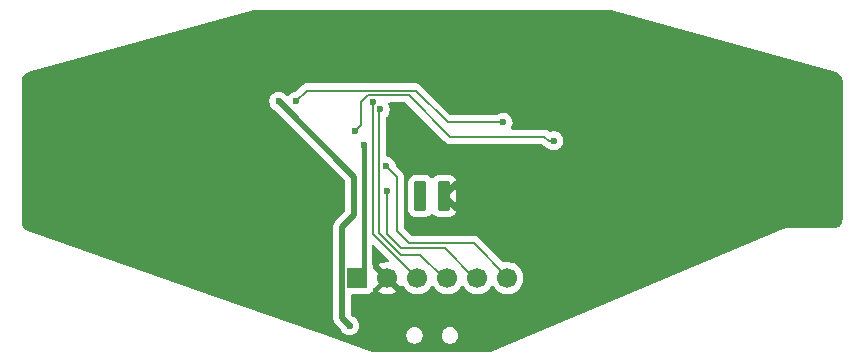
<source format=gbl>
%TF.GenerationSoftware,KiCad,Pcbnew,9.0.6*%
%TF.CreationDate,2025-12-30T17:46:58+00:00*%
%TF.ProjectId,cat-ears-controller,6361742d-6561-4727-932d-636f6e74726f,rev?*%
%TF.SameCoordinates,Original*%
%TF.FileFunction,Copper,L2,Bot*%
%TF.FilePolarity,Positive*%
%FSLAX46Y46*%
G04 Gerber Fmt 4.6, Leading zero omitted, Abs format (unit mm)*
G04 Created by KiCad (PCBNEW 9.0.6) date 2025-12-30 17:46:58*
%MOMM*%
%LPD*%
G01*
G04 APERTURE LIST*
G04 Aperture macros list*
%AMRoundRect*
0 Rectangle with rounded corners*
0 $1 Rounding radius*
0 $2 $3 $4 $5 $6 $7 $8 $9 X,Y pos of 4 corners*
0 Add a 4 corners polygon primitive as box body*
4,1,4,$2,$3,$4,$5,$6,$7,$8,$9,$2,$3,0*
0 Add four circle primitives for the rounded corners*
1,1,$1+$1,$2,$3*
1,1,$1+$1,$4,$5*
1,1,$1+$1,$6,$7*
1,1,$1+$1,$8,$9*
0 Add four rect primitives between the rounded corners*
20,1,$1+$1,$2,$3,$4,$5,0*
20,1,$1+$1,$4,$5,$6,$7,0*
20,1,$1+$1,$6,$7,$8,$9,0*
20,1,$1+$1,$8,$9,$2,$3,0*%
G04 Aperture macros list end*
%TA.AperFunction,ComponentPad*%
%ADD10R,1.700000X1.700000*%
%TD*%
%TA.AperFunction,ComponentPad*%
%ADD11C,1.700000*%
%TD*%
%TA.AperFunction,ComponentPad*%
%ADD12RoundRect,0.110000X-0.440000X1.140000X-0.440000X-1.140000X0.440000X-1.140000X0.440000X1.140000X0*%
%TD*%
%TA.AperFunction,ViaPad*%
%ADD13C,0.600000*%
%TD*%
%TA.AperFunction,Conductor*%
%ADD14C,0.500000*%
%TD*%
%TA.AperFunction,Conductor*%
%ADD15C,0.200000*%
%TD*%
%TA.AperFunction,Conductor*%
%ADD16C,0.400000*%
%TD*%
G04 APERTURE END LIST*
D10*
%TO.P,J4,1,Pin_1*%
%TO.N,+3V3*%
X93675000Y-63475000D03*
D11*
%TO.P,J4,2,Pin_2*%
%TO.N,GND*%
X96215000Y-63475000D03*
%TO.P,J4,3,Pin_3*%
%TO.N,/SDA*%
X98755000Y-63475000D03*
%TO.P,J4,4,Pin_4*%
%TO.N,/SCL*%
X101295000Y-63475000D03*
%TO.P,J4,5,Pin_5*%
%TO.N,/INT*%
X103835000Y-63475000D03*
%TO.P,J4,6,Pin_6*%
%TO.N,/SHUT*%
X106375000Y-63475000D03*
%TD*%
D12*
%TO.P,U1,32,VBAT*%
%TO.N,/VBAT*%
X99006012Y-56517823D03*
%TO.P,U1,33,GND*%
%TO.N,GND*%
X101006012Y-56517823D03*
%TD*%
D13*
%TO.N,GND*%
X75400000Y-59200000D03*
X77000000Y-45000000D03*
X78400000Y-60200000D03*
X113000000Y-57000000D03*
X127000000Y-45000000D03*
X73000000Y-45000000D03*
X75000000Y-45000000D03*
X73500000Y-53500000D03*
X115000000Y-55000000D03*
X72500000Y-52500000D03*
X128500000Y-58000000D03*
X114000000Y-56000000D03*
X78500000Y-52500000D03*
X129000000Y-57500000D03*
X77000000Y-47000000D03*
X126500000Y-59000000D03*
X78400000Y-58200000D03*
X114200000Y-50200000D03*
X74400000Y-60200000D03*
X128000000Y-46000000D03*
X78500000Y-54500000D03*
X76400000Y-58200000D03*
X115000000Y-50200000D03*
X126051472Y-50400000D03*
X76500000Y-52500000D03*
X123000000Y-47000000D03*
X77500000Y-53500000D03*
X74400000Y-58200000D03*
X127000000Y-58500000D03*
X128000000Y-57500000D03*
X76500000Y-54500000D03*
X74500000Y-52500000D03*
X113400000Y-50200000D03*
X115800000Y-50200000D03*
X73500000Y-51500000D03*
X125000000Y-45000000D03*
X76400000Y-60200000D03*
X115000000Y-57000000D03*
X124000000Y-46000000D03*
X126000000Y-46000000D03*
X73000000Y-47000000D03*
X74500000Y-54500000D03*
X123000000Y-45000000D03*
X73400000Y-59200000D03*
X72000000Y-46000000D03*
X74000000Y-46000000D03*
X128000000Y-58500000D03*
X76000000Y-46000000D03*
X113000000Y-55000000D03*
X129500000Y-58000000D03*
X125000000Y-47000000D03*
X75000000Y-47000000D03*
X75500000Y-53500000D03*
X77400000Y-59200000D03*
X127000000Y-47000000D03*
X127500000Y-58000000D03*
X130000000Y-57500000D03*
%TO.N,/VBAT*%
X93400000Y-57400000D03*
X93000000Y-67500000D03*
X87000000Y-48500000D03*
%TO.N,Net-(D2-DOUT)*%
X106000000Y-50300000D03*
X88500000Y-48500000D03*
%TO.N,+3V3*%
X94200000Y-52200000D03*
%TO.N,/INT*%
X96180000Y-56080000D03*
%TO.N,/SDA*%
X95000000Y-48600000D03*
%TO.N,/SCL*%
X95600000Y-49200000D03*
%TO.N,/SHUT*%
X96100000Y-54000000D03*
%TO.N,/BUTTON_4*%
X110300000Y-51850000D03*
X93500000Y-51000000D03*
%TD*%
D14*
%TO.N,/VBAT*%
X93400000Y-54900000D02*
X87000000Y-48500000D01*
X92374000Y-59126000D02*
X92374000Y-66874000D01*
X93400000Y-58100000D02*
X92374000Y-59126000D01*
X93400000Y-57400000D02*
X93400000Y-58100000D01*
X92374000Y-66874000D02*
X93000000Y-67500000D01*
X93400000Y-57400000D02*
X93400000Y-54900000D01*
D15*
%TO.N,Net-(D2-DOUT)*%
X106000000Y-50300000D02*
X101300000Y-50300000D01*
X98600000Y-47600000D02*
X89400000Y-47600000D01*
X101300000Y-50300000D02*
X98600000Y-47600000D01*
X89400000Y-47600000D02*
X88500000Y-48500000D01*
D16*
%TO.N,+3V3*%
X94200000Y-62950000D02*
X94200000Y-52200000D01*
X93675000Y-63475000D02*
X94200000Y-62950000D01*
D15*
%TO.N,/INT*%
X96180000Y-59765800D02*
X97364200Y-60950000D01*
X101050000Y-60950000D02*
X103575000Y-63475000D01*
X103575000Y-63475000D02*
X103835000Y-63475000D01*
X96180000Y-56080000D02*
X96180000Y-59765800D01*
X97364200Y-60950000D02*
X101050000Y-60950000D01*
%TO.N,/SDA*%
X95000000Y-59720000D02*
X98755000Y-63475000D01*
X95000000Y-48600000D02*
X95000000Y-59720000D01*
%TO.N,/SCL*%
X99000000Y-61500000D02*
X100975000Y-63475000D01*
X100975000Y-63475000D02*
X101295000Y-63475000D01*
X95500000Y-59652900D02*
X97347100Y-61500000D01*
X95600000Y-49200000D02*
X95500000Y-49300000D01*
X97347100Y-61500000D02*
X99000000Y-61500000D01*
X95500000Y-49300000D02*
X95500000Y-59652900D01*
%TO.N,/SHUT*%
X97000000Y-54900000D02*
X97000000Y-59500000D01*
X103500000Y-60500000D02*
X106375000Y-63375000D01*
X106375000Y-63375000D02*
X106375000Y-63475000D01*
X96100000Y-54000000D02*
X97000000Y-54900000D01*
X98000000Y-60500000D02*
X103500000Y-60500000D01*
X97000000Y-59500000D02*
X98000000Y-60500000D01*
%TO.N,/BUTTON_4*%
X94000000Y-50500000D02*
X93500000Y-51000000D01*
X94550057Y-48000000D02*
X94000000Y-48550057D01*
X101500000Y-51500000D02*
X98000000Y-48000000D01*
X109850000Y-51850000D02*
X109500000Y-51500000D01*
X109500000Y-51500000D02*
X101500000Y-51500000D01*
X110300000Y-51850000D02*
X109850000Y-51850000D01*
X94000000Y-48550057D02*
X94000000Y-50500000D01*
X98000000Y-48000000D02*
X94550057Y-48000000D01*
%TD*%
%TA.AperFunction,Conductor*%
%TO.N,GND*%
G36*
X95105703Y-60675384D02*
G01*
X95112181Y-60681416D01*
X96344084Y-61913319D01*
X96377569Y-61974642D01*
X96372585Y-62044334D01*
X96330713Y-62100267D01*
X96265249Y-62124684D01*
X96256403Y-62125000D01*
X96108754Y-62125000D01*
X95898872Y-62158242D01*
X95898869Y-62158242D01*
X95696782Y-62223904D01*
X95507439Y-62320380D01*
X95453282Y-62359727D01*
X95453282Y-62359728D01*
X96085591Y-62992037D01*
X96022007Y-63009075D01*
X95907993Y-63074901D01*
X95814901Y-63167993D01*
X95749075Y-63282007D01*
X95732037Y-63345591D01*
X95061818Y-62675372D01*
X95028333Y-62614049D01*
X95025499Y-62587691D01*
X95025499Y-62577129D01*
X95025498Y-62577123D01*
X95019091Y-62517516D01*
X94968797Y-62382671D01*
X94968795Y-62382668D01*
X94925233Y-62324476D01*
X94900816Y-62259011D01*
X94900500Y-62250165D01*
X94900500Y-60769097D01*
X94920185Y-60702058D01*
X94972989Y-60656303D01*
X95042147Y-60646359D01*
X95105703Y-60675384D01*
G37*
%TD.AperFunction*%
%TA.AperFunction,Conductor*%
G36*
X114867772Y-40750624D02*
G01*
X114874247Y-40750913D01*
X114926437Y-40753249D01*
X114937442Y-40754236D01*
X114992886Y-40761721D01*
X115003790Y-40763694D01*
X115025539Y-40768640D01*
X115061088Y-40776726D01*
X115066386Y-40778056D01*
X115106328Y-40789040D01*
X115106328Y-40789039D01*
X115165519Y-40805317D01*
X115165525Y-40805318D01*
X134193181Y-46037924D01*
X134204113Y-46041484D01*
X134318171Y-46084599D01*
X134338862Y-46094708D01*
X134438013Y-46155153D01*
X134456471Y-46168910D01*
X134542732Y-46246658D01*
X134558331Y-46263598D01*
X134628713Y-46355951D01*
X134640915Y-46375492D01*
X134692995Y-46479265D01*
X134701372Y-46500728D01*
X134733357Y-46612350D01*
X134737618Y-46634990D01*
X134748963Y-46756612D01*
X134749499Y-46768129D01*
X134749499Y-46820718D01*
X134749500Y-46820727D01*
X134749500Y-58493907D01*
X134748903Y-58506061D01*
X134736296Y-58634064D01*
X134731554Y-58657906D01*
X134695993Y-58775134D01*
X134686690Y-58797592D01*
X134628942Y-58905630D01*
X134615438Y-58925840D01*
X134537725Y-59020535D01*
X134520535Y-59037725D01*
X134425840Y-59115438D01*
X134405630Y-59128942D01*
X134297592Y-59186690D01*
X134275134Y-59195993D01*
X134157906Y-59231554D01*
X134134064Y-59236296D01*
X134006062Y-59248903D01*
X133993908Y-59249500D01*
X130179149Y-59249500D01*
X130118501Y-59249461D01*
X130118484Y-59249462D01*
X129953957Y-59271389D01*
X129953939Y-59271393D01*
X129793751Y-59314876D01*
X129748207Y-59334035D01*
X129717799Y-59346827D01*
X129690957Y-59358101D01*
X129690953Y-59358103D01*
X106725530Y-69003580D01*
X105129477Y-69673922D01*
X105129475Y-69673923D01*
X105092535Y-69689437D01*
X105084860Y-69692365D01*
X105002676Y-69720639D01*
X104986823Y-69724942D01*
X104905652Y-69741293D01*
X104889369Y-69743463D01*
X104802437Y-69749227D01*
X104794226Y-69749499D01*
X104743249Y-69749496D01*
X104743205Y-69749500D01*
X95225945Y-69749500D01*
X95214108Y-69749499D01*
X95214104Y-69749498D01*
X95186509Y-69749499D01*
X95173403Y-69749499D01*
X95173402Y-69749498D01*
X95166457Y-69749304D01*
X95092953Y-69745179D01*
X95079131Y-69743622D01*
X95009980Y-69731873D01*
X94996431Y-69728781D01*
X94925928Y-69708469D01*
X94919328Y-69706364D01*
X91183988Y-68398995D01*
X97799499Y-68398995D01*
X97826418Y-68534322D01*
X97826421Y-68534332D01*
X97879221Y-68661804D01*
X97879228Y-68661817D01*
X97955885Y-68776541D01*
X97955888Y-68776545D01*
X98053454Y-68874111D01*
X98053458Y-68874114D01*
X98168182Y-68950771D01*
X98168195Y-68950778D01*
X98295667Y-69003578D01*
X98295672Y-69003580D01*
X98295676Y-69003580D01*
X98295677Y-69003581D01*
X98431004Y-69030500D01*
X98431007Y-69030500D01*
X98568995Y-69030500D01*
X98660041Y-69012389D01*
X98704328Y-69003580D01*
X98831811Y-68950775D01*
X98946542Y-68874114D01*
X99044114Y-68776542D01*
X99120775Y-68661811D01*
X99173580Y-68534328D01*
X99200500Y-68398995D01*
X100799499Y-68398995D01*
X100826418Y-68534322D01*
X100826421Y-68534332D01*
X100879221Y-68661804D01*
X100879228Y-68661817D01*
X100955885Y-68776541D01*
X100955888Y-68776545D01*
X101053454Y-68874111D01*
X101053458Y-68874114D01*
X101168182Y-68950771D01*
X101168195Y-68950778D01*
X101295667Y-69003578D01*
X101295672Y-69003580D01*
X101295676Y-69003580D01*
X101295677Y-69003581D01*
X101431004Y-69030500D01*
X101431007Y-69030500D01*
X101568995Y-69030500D01*
X101660041Y-69012389D01*
X101704328Y-69003580D01*
X101831811Y-68950775D01*
X101946542Y-68874114D01*
X102044114Y-68776542D01*
X102120775Y-68661811D01*
X102173580Y-68534328D01*
X102200500Y-68398993D01*
X102200500Y-68261007D01*
X102200500Y-68261004D01*
X102173581Y-68125677D01*
X102173580Y-68125676D01*
X102173580Y-68125672D01*
X102171970Y-68121786D01*
X102120778Y-67998195D01*
X102120771Y-67998182D01*
X102044114Y-67883458D01*
X102044111Y-67883454D01*
X101946545Y-67785888D01*
X101946541Y-67785885D01*
X101831817Y-67709228D01*
X101831804Y-67709221D01*
X101704332Y-67656421D01*
X101704322Y-67656418D01*
X101568995Y-67629500D01*
X101568993Y-67629500D01*
X101431007Y-67629500D01*
X101431005Y-67629500D01*
X101295677Y-67656418D01*
X101295667Y-67656421D01*
X101168195Y-67709221D01*
X101168182Y-67709228D01*
X101053458Y-67785885D01*
X101053454Y-67785888D01*
X100955888Y-67883454D01*
X100955885Y-67883458D01*
X100879228Y-67998182D01*
X100879221Y-67998195D01*
X100826421Y-68125667D01*
X100826418Y-68125677D01*
X100799500Y-68261004D01*
X100799500Y-68261007D01*
X100799500Y-68398993D01*
X100799500Y-68398995D01*
X100799499Y-68398995D01*
X99200500Y-68398995D01*
X99200500Y-68398993D01*
X99200500Y-68261007D01*
X99200500Y-68261004D01*
X99173581Y-68125677D01*
X99173580Y-68125676D01*
X99173580Y-68125672D01*
X99171970Y-68121786D01*
X99120778Y-67998195D01*
X99120771Y-67998182D01*
X99044114Y-67883458D01*
X99044111Y-67883454D01*
X98946545Y-67785888D01*
X98946541Y-67785885D01*
X98831817Y-67709228D01*
X98831804Y-67709221D01*
X98704332Y-67656421D01*
X98704322Y-67656418D01*
X98568995Y-67629500D01*
X98568993Y-67629500D01*
X98431007Y-67629500D01*
X98431005Y-67629500D01*
X98295677Y-67656418D01*
X98295667Y-67656421D01*
X98168195Y-67709221D01*
X98168182Y-67709228D01*
X98053458Y-67785885D01*
X98053454Y-67785888D01*
X97955888Y-67883454D01*
X97955885Y-67883458D01*
X97879228Y-67998182D01*
X97879221Y-67998195D01*
X97826421Y-68125667D01*
X97826418Y-68125677D01*
X97799500Y-68261004D01*
X97799500Y-68261007D01*
X97799500Y-68398993D01*
X97799500Y-68398995D01*
X97799499Y-68398995D01*
X91183988Y-68398995D01*
X80973996Y-64825498D01*
X65758431Y-59500050D01*
X65746632Y-59495227D01*
X65624716Y-59437904D01*
X65602910Y-59424763D01*
X65514340Y-59358101D01*
X65500400Y-59347610D01*
X65481739Y-59330293D01*
X65430088Y-59271393D01*
X65397146Y-59233827D01*
X65382415Y-59213063D01*
X65367516Y-59186690D01*
X65319310Y-59101358D01*
X65309131Y-59078025D01*
X65303981Y-59061867D01*
X65270171Y-58955788D01*
X65264971Y-58930867D01*
X65262516Y-58907087D01*
X65251155Y-58797023D01*
X65250500Y-58784291D01*
X65250500Y-48421153D01*
X86199500Y-48421153D01*
X86199500Y-48578846D01*
X86230261Y-48733489D01*
X86230264Y-48733501D01*
X86290602Y-48879172D01*
X86290609Y-48879185D01*
X86378210Y-49010288D01*
X86378213Y-49010292D01*
X86489710Y-49121789D01*
X86560180Y-49168875D01*
X86620821Y-49209394D01*
X86644475Y-49219191D01*
X86684703Y-49246071D01*
X92613181Y-55174549D01*
X92646666Y-55235872D01*
X92649500Y-55262230D01*
X92649500Y-57095396D01*
X92640062Y-57142844D01*
X92630263Y-57166503D01*
X92630262Y-57166506D01*
X92630260Y-57166511D01*
X92599500Y-57321153D01*
X92599500Y-57478846D01*
X92630261Y-57633489D01*
X92630263Y-57633497D01*
X92640061Y-57657151D01*
X92641687Y-57665328D01*
X92644477Y-57669669D01*
X92649500Y-57704604D01*
X92649500Y-57737769D01*
X92629815Y-57804808D01*
X92613181Y-57825450D01*
X91791052Y-58647578D01*
X91791049Y-58647581D01*
X91747763Y-58712363D01*
X91747764Y-58712364D01*
X91708914Y-58770508D01*
X91652343Y-58907082D01*
X91652340Y-58907092D01*
X91623500Y-59052079D01*
X91623500Y-59052082D01*
X91623500Y-66947918D01*
X91623500Y-66947920D01*
X91623499Y-66947920D01*
X91652340Y-67092907D01*
X91652343Y-67092917D01*
X91708912Y-67229488D01*
X91708920Y-67229502D01*
X91733642Y-67266500D01*
X91733643Y-67266503D01*
X91733644Y-67266503D01*
X91791051Y-67352420D01*
X91791052Y-67352421D01*
X92253927Y-67815295D01*
X92280807Y-67855523D01*
X92290604Y-67879175D01*
X92290609Y-67879185D01*
X92378210Y-68010288D01*
X92378213Y-68010292D01*
X92489707Y-68121786D01*
X92489711Y-68121789D01*
X92620814Y-68209390D01*
X92620827Y-68209397D01*
X92766498Y-68269735D01*
X92766503Y-68269737D01*
X92921153Y-68300499D01*
X92921156Y-68300500D01*
X92921158Y-68300500D01*
X93078844Y-68300500D01*
X93078845Y-68300499D01*
X93233497Y-68269737D01*
X93379179Y-68209394D01*
X93379185Y-68209390D01*
X93465356Y-68151813D01*
X93488270Y-68136501D01*
X93510289Y-68121789D01*
X93621789Y-68010289D01*
X93709394Y-67879179D01*
X93769737Y-67733497D01*
X93800500Y-67578842D01*
X93800500Y-67421158D01*
X93800500Y-67421155D01*
X93800499Y-67421153D01*
X93769738Y-67266510D01*
X93769737Y-67266503D01*
X93754405Y-67229488D01*
X93709397Y-67120827D01*
X93709390Y-67120814D01*
X93621789Y-66989711D01*
X93621786Y-66989707D01*
X93510292Y-66878213D01*
X93510288Y-66878210D01*
X93379185Y-66790609D01*
X93379175Y-66790604D01*
X93355523Y-66780807D01*
X93348590Y-66776174D01*
X93343549Y-66775078D01*
X93315295Y-66753927D01*
X93160819Y-66599451D01*
X93127334Y-66538128D01*
X93124500Y-66511770D01*
X93124500Y-64949499D01*
X93144185Y-64882460D01*
X93196989Y-64836705D01*
X93248500Y-64825499D01*
X94572871Y-64825499D01*
X94572872Y-64825499D01*
X94632483Y-64819091D01*
X94767331Y-64768796D01*
X94882546Y-64682546D01*
X94968796Y-64567331D01*
X95019091Y-64432483D01*
X95025500Y-64372873D01*
X95025499Y-64348979D01*
X95028330Y-64335963D01*
X95038940Y-64316525D01*
X95045179Y-64295275D01*
X95061803Y-64274643D01*
X95061808Y-64274636D01*
X95061811Y-64274634D01*
X95061818Y-64274626D01*
X95732037Y-63604408D01*
X95749075Y-63667993D01*
X95814901Y-63782007D01*
X95907993Y-63875099D01*
X96022007Y-63940925D01*
X96085590Y-63957962D01*
X95453282Y-64590269D01*
X95453282Y-64590270D01*
X95507449Y-64629624D01*
X95696782Y-64726095D01*
X95898870Y-64791757D01*
X96108754Y-64825000D01*
X96321246Y-64825000D01*
X96531127Y-64791757D01*
X96531130Y-64791757D01*
X96733217Y-64726095D01*
X96922554Y-64629622D01*
X96976716Y-64590270D01*
X96976717Y-64590270D01*
X96344408Y-63957962D01*
X96407993Y-63940925D01*
X96522007Y-63875099D01*
X96615099Y-63782007D01*
X96680925Y-63667993D01*
X96697962Y-63604408D01*
X97330270Y-64236717D01*
X97330270Y-64236716D01*
X97369622Y-64182555D01*
X97374232Y-64173507D01*
X97422205Y-64122709D01*
X97490025Y-64105912D01*
X97556161Y-64128447D01*
X97595204Y-64173504D01*
X97599949Y-64182817D01*
X97724890Y-64354786D01*
X97875213Y-64505109D01*
X98047179Y-64630048D01*
X98047181Y-64630049D01*
X98047184Y-64630051D01*
X98236588Y-64726557D01*
X98438757Y-64792246D01*
X98648713Y-64825500D01*
X98648714Y-64825500D01*
X98861286Y-64825500D01*
X98861287Y-64825500D01*
X99071243Y-64792246D01*
X99273412Y-64726557D01*
X99462816Y-64630051D01*
X99549138Y-64567335D01*
X99634786Y-64505109D01*
X99634788Y-64505106D01*
X99634792Y-64505104D01*
X99785104Y-64354792D01*
X99785106Y-64354788D01*
X99785109Y-64354786D01*
X99910048Y-64182820D01*
X99910050Y-64182817D01*
X99910051Y-64182816D01*
X99914514Y-64174054D01*
X99962488Y-64123259D01*
X100030308Y-64106463D01*
X100096444Y-64128999D01*
X100135486Y-64174056D01*
X100139951Y-64182820D01*
X100264890Y-64354786D01*
X100415213Y-64505109D01*
X100587179Y-64630048D01*
X100587181Y-64630049D01*
X100587184Y-64630051D01*
X100776588Y-64726557D01*
X100978757Y-64792246D01*
X101188713Y-64825500D01*
X101188714Y-64825500D01*
X101401286Y-64825500D01*
X101401287Y-64825500D01*
X101611243Y-64792246D01*
X101813412Y-64726557D01*
X102002816Y-64630051D01*
X102089138Y-64567335D01*
X102174786Y-64505109D01*
X102174788Y-64505106D01*
X102174792Y-64505104D01*
X102325104Y-64354792D01*
X102325106Y-64354788D01*
X102325109Y-64354786D01*
X102450048Y-64182820D01*
X102450050Y-64182817D01*
X102450051Y-64182816D01*
X102454514Y-64174054D01*
X102502488Y-64123259D01*
X102570308Y-64106463D01*
X102636444Y-64128999D01*
X102675486Y-64174056D01*
X102679951Y-64182820D01*
X102804890Y-64354786D01*
X102955213Y-64505109D01*
X103127179Y-64630048D01*
X103127181Y-64630049D01*
X103127184Y-64630051D01*
X103316588Y-64726557D01*
X103518757Y-64792246D01*
X103728713Y-64825500D01*
X103728714Y-64825500D01*
X103941286Y-64825500D01*
X103941287Y-64825500D01*
X104151243Y-64792246D01*
X104353412Y-64726557D01*
X104542816Y-64630051D01*
X104629138Y-64567335D01*
X104714786Y-64505109D01*
X104714788Y-64505106D01*
X104714792Y-64505104D01*
X104865104Y-64354792D01*
X104865106Y-64354788D01*
X104865109Y-64354786D01*
X104990048Y-64182820D01*
X104990050Y-64182817D01*
X104990051Y-64182816D01*
X104994514Y-64174054D01*
X105042488Y-64123259D01*
X105110308Y-64106463D01*
X105176444Y-64128999D01*
X105215486Y-64174056D01*
X105219951Y-64182820D01*
X105344890Y-64354786D01*
X105495213Y-64505109D01*
X105667179Y-64630048D01*
X105667181Y-64630049D01*
X105667184Y-64630051D01*
X105856588Y-64726557D01*
X106058757Y-64792246D01*
X106268713Y-64825500D01*
X106268714Y-64825500D01*
X106481286Y-64825500D01*
X106481287Y-64825500D01*
X106691243Y-64792246D01*
X106893412Y-64726557D01*
X107082816Y-64630051D01*
X107169138Y-64567335D01*
X107254786Y-64505109D01*
X107254788Y-64505106D01*
X107254792Y-64505104D01*
X107405104Y-64354792D01*
X107405106Y-64354788D01*
X107405109Y-64354786D01*
X107530048Y-64182820D01*
X107530050Y-64182817D01*
X107530051Y-64182816D01*
X107626557Y-63993412D01*
X107692246Y-63791243D01*
X107725500Y-63581287D01*
X107725500Y-63368713D01*
X107692246Y-63158757D01*
X107626557Y-62956588D01*
X107530051Y-62767184D01*
X107530049Y-62767181D01*
X107530048Y-62767179D01*
X107405109Y-62595213D01*
X107254786Y-62444890D01*
X107082820Y-62319951D01*
X106893414Y-62223444D01*
X106893413Y-62223443D01*
X106893412Y-62223443D01*
X106691243Y-62157754D01*
X106691241Y-62157753D01*
X106691240Y-62157753D01*
X106508827Y-62128862D01*
X106481287Y-62124500D01*
X106268713Y-62124500D01*
X106241173Y-62128862D01*
X106076470Y-62154948D01*
X106007176Y-62145993D01*
X105969391Y-62120156D01*
X103987590Y-60138355D01*
X103987588Y-60138352D01*
X103868717Y-60019481D01*
X103868709Y-60019475D01*
X103751465Y-59951785D01*
X103751465Y-59951784D01*
X103751460Y-59951783D01*
X103744594Y-59947818D01*
X103731786Y-59940423D01*
X103693603Y-59930192D01*
X103579057Y-59899499D01*
X103420943Y-59899499D01*
X103413347Y-59899499D01*
X103413331Y-59899500D01*
X98300098Y-59899500D01*
X98233059Y-59879815D01*
X98212417Y-59863181D01*
X97636819Y-59287583D01*
X97603334Y-59226260D01*
X97600500Y-59199902D01*
X97600500Y-55316165D01*
X97955512Y-55316165D01*
X97955512Y-57719480D01*
X97958235Y-57754083D01*
X97958236Y-57754089D01*
X98001268Y-57902204D01*
X98001269Y-57902207D01*
X98079786Y-58034973D01*
X98079793Y-58034982D01*
X98188852Y-58144041D01*
X98188856Y-58144044D01*
X98188858Y-58144046D01*
X98321626Y-58222565D01*
X98360687Y-58233913D01*
X98469745Y-58265598D01*
X98469748Y-58265598D01*
X98469750Y-58265599D01*
X98504362Y-58268323D01*
X98504370Y-58268323D01*
X99507654Y-58268323D01*
X99507662Y-58268323D01*
X99542274Y-58265599D01*
X99542276Y-58265598D01*
X99542278Y-58265598D01*
X99581335Y-58254250D01*
X99690398Y-58222565D01*
X99823166Y-58144046D01*
X99918685Y-58048526D01*
X99980006Y-58015043D01*
X100049698Y-58020027D01*
X100094046Y-58048528D01*
X100189161Y-58143643D01*
X100189170Y-58143650D01*
X100321825Y-58222102D01*
X100469829Y-58265100D01*
X100469834Y-58265101D01*
X100504408Y-58267822D01*
X100504420Y-58267823D01*
X101507604Y-58267823D01*
X101507615Y-58267822D01*
X101542189Y-58265101D01*
X101542194Y-58265100D01*
X101690198Y-58222102D01*
X101822853Y-58143650D01*
X101822862Y-58143643D01*
X101931832Y-58034673D01*
X101931839Y-58034664D01*
X102010291Y-57902009D01*
X102021947Y-57861885D01*
X101973212Y-57833065D01*
X101948649Y-57814012D01*
X101281901Y-57147264D01*
X101306087Y-57123078D01*
X101355456Y-57037568D01*
X101381012Y-56942193D01*
X101381012Y-56539271D01*
X102056011Y-57214271D01*
X102056012Y-57214270D01*
X102056012Y-55821375D01*
X102056011Y-55821374D01*
X101381012Y-56496373D01*
X101381012Y-56093453D01*
X101355456Y-55998078D01*
X101306087Y-55912568D01*
X101281900Y-55888381D01*
X101948650Y-55221632D01*
X101973211Y-55202580D01*
X102021947Y-55173758D01*
X102010291Y-55133636D01*
X101931839Y-55000981D01*
X101931832Y-55000972D01*
X101822862Y-54892002D01*
X101822853Y-54891995D01*
X101690198Y-54813543D01*
X101542194Y-54770545D01*
X101542189Y-54770544D01*
X101507615Y-54767823D01*
X100504408Y-54767823D01*
X100469834Y-54770544D01*
X100469829Y-54770545D01*
X100321825Y-54813543D01*
X100189170Y-54891995D01*
X100189165Y-54891999D01*
X100094046Y-54987118D01*
X100032722Y-55020602D01*
X99963031Y-55015618D01*
X99918684Y-54987117D01*
X99823171Y-54891604D01*
X99823162Y-54891597D01*
X99690406Y-54813086D01*
X99690398Y-54813081D01*
X99690397Y-54813080D01*
X99690396Y-54813080D01*
X99690393Y-54813079D01*
X99542278Y-54770047D01*
X99542272Y-54770046D01*
X99507669Y-54767323D01*
X99507662Y-54767323D01*
X98504362Y-54767323D01*
X98504354Y-54767323D01*
X98469751Y-54770046D01*
X98469745Y-54770047D01*
X98321630Y-54813079D01*
X98321627Y-54813080D01*
X98188861Y-54891597D01*
X98188852Y-54891604D01*
X98079793Y-55000663D01*
X98079786Y-55000672D01*
X98001269Y-55133438D01*
X98001268Y-55133441D01*
X97958236Y-55281556D01*
X97958235Y-55281562D01*
X97955512Y-55316165D01*
X97600500Y-55316165D01*
X97600500Y-54820941D01*
X97598395Y-54813085D01*
X97598395Y-54813086D01*
X97598394Y-54813081D01*
X97559577Y-54668215D01*
X97506605Y-54576465D01*
X97480520Y-54531284D01*
X97368716Y-54419480D01*
X97368713Y-54419478D01*
X96934574Y-53985339D01*
X96901089Y-53924016D01*
X96900638Y-53921849D01*
X96869738Y-53766510D01*
X96869737Y-53766503D01*
X96816829Y-53638770D01*
X96809397Y-53620827D01*
X96809390Y-53620814D01*
X96721789Y-53489711D01*
X96721786Y-53489707D01*
X96610292Y-53378213D01*
X96610288Y-53378210D01*
X96479185Y-53290609D01*
X96479172Y-53290602D01*
X96333501Y-53230264D01*
X96333491Y-53230261D01*
X96200308Y-53203769D01*
X96138397Y-53171384D01*
X96103823Y-53110668D01*
X96100500Y-53082152D01*
X96100500Y-49882940D01*
X96120185Y-49815901D01*
X96136814Y-49795263D01*
X96221789Y-49710289D01*
X96309394Y-49579179D01*
X96369737Y-49433497D01*
X96400500Y-49278842D01*
X96400500Y-49121158D01*
X96400500Y-49121155D01*
X96400499Y-49121153D01*
X96378447Y-49010292D01*
X96369737Y-48966503D01*
X96333569Y-48879185D01*
X96309397Y-48820827D01*
X96309389Y-48820812D01*
X96291067Y-48793392D01*
X96270188Y-48726715D01*
X96288672Y-48659334D01*
X96340650Y-48612644D01*
X96394168Y-48600500D01*
X97699903Y-48600500D01*
X97766942Y-48620185D01*
X97787584Y-48636819D01*
X101015139Y-51864374D01*
X101015149Y-51864385D01*
X101019479Y-51868715D01*
X101019480Y-51868716D01*
X101131284Y-51980520D01*
X101131286Y-51980521D01*
X101131290Y-51980524D01*
X101268209Y-52059573D01*
X101268216Y-52059577D01*
X101351098Y-52081785D01*
X101420942Y-52100500D01*
X101420943Y-52100500D01*
X109199902Y-52100500D01*
X109266941Y-52120185D01*
X109287583Y-52136819D01*
X109481284Y-52330520D01*
X109481286Y-52330521D01*
X109481290Y-52330524D01*
X109618209Y-52409573D01*
X109618216Y-52409577D01*
X109735407Y-52440978D01*
X109784060Y-52469069D01*
X109785001Y-52467924D01*
X109789711Y-52471789D01*
X109920814Y-52559390D01*
X109920827Y-52559397D01*
X110066498Y-52619735D01*
X110066503Y-52619737D01*
X110221153Y-52650499D01*
X110221156Y-52650500D01*
X110221158Y-52650500D01*
X110378844Y-52650500D01*
X110378845Y-52650499D01*
X110533497Y-52619737D01*
X110679179Y-52559394D01*
X110810289Y-52471789D01*
X110921789Y-52360289D01*
X111009394Y-52229179D01*
X111069737Y-52083497D01*
X111100500Y-51928842D01*
X111100500Y-51771158D01*
X111100500Y-51771155D01*
X111100499Y-51771153D01*
X111070788Y-51621789D01*
X111069737Y-51616503D01*
X111069735Y-51616498D01*
X111009397Y-51470827D01*
X111009390Y-51470814D01*
X110921789Y-51339711D01*
X110921786Y-51339707D01*
X110810292Y-51228213D01*
X110810288Y-51228210D01*
X110679185Y-51140609D01*
X110679172Y-51140602D01*
X110533501Y-51080264D01*
X110533489Y-51080261D01*
X110378845Y-51049500D01*
X110378842Y-51049500D01*
X110221158Y-51049500D01*
X110221155Y-51049500D01*
X110066511Y-51080260D01*
X110066507Y-51080262D01*
X110066506Y-51080262D01*
X110066503Y-51080263D01*
X110052336Y-51086131D01*
X110046167Y-51088686D01*
X109976697Y-51096151D01*
X109925976Y-51074542D01*
X109918000Y-51068764D01*
X109868716Y-51019480D01*
X109781904Y-50969360D01*
X109731785Y-50940423D01*
X109579057Y-50899499D01*
X109420943Y-50899499D01*
X109413347Y-50899499D01*
X109413331Y-50899500D01*
X106794168Y-50899500D01*
X106727129Y-50879815D01*
X106681374Y-50827011D01*
X106671430Y-50757853D01*
X106691067Y-50706608D01*
X106709389Y-50679187D01*
X106709390Y-50679184D01*
X106709394Y-50679179D01*
X106769737Y-50533497D01*
X106800500Y-50378842D01*
X106800500Y-50221158D01*
X106800500Y-50221155D01*
X106800499Y-50221153D01*
X106797049Y-50203808D01*
X106769737Y-50066503D01*
X106769735Y-50066498D01*
X106709397Y-49920827D01*
X106709390Y-49920814D01*
X106621789Y-49789711D01*
X106621786Y-49789707D01*
X106510292Y-49678213D01*
X106510288Y-49678210D01*
X106379185Y-49590609D01*
X106379172Y-49590602D01*
X106233501Y-49530264D01*
X106233489Y-49530261D01*
X106078845Y-49499500D01*
X106078842Y-49499500D01*
X105921158Y-49499500D01*
X105921155Y-49499500D01*
X105766510Y-49530261D01*
X105766498Y-49530264D01*
X105620827Y-49590602D01*
X105620814Y-49590609D01*
X105489125Y-49678602D01*
X105422447Y-49699480D01*
X105420234Y-49699500D01*
X101600098Y-49699500D01*
X101533059Y-49679815D01*
X101512417Y-49663181D01*
X99087590Y-47238355D01*
X99087588Y-47238352D01*
X98968717Y-47119481D01*
X98968716Y-47119480D01*
X98881904Y-47069360D01*
X98881904Y-47069359D01*
X98881900Y-47069358D01*
X98831785Y-47040423D01*
X98679057Y-46999499D01*
X98520943Y-46999499D01*
X98513347Y-46999499D01*
X98513331Y-46999500D01*
X89479057Y-46999500D01*
X89320942Y-46999500D01*
X89168215Y-47040423D01*
X89168214Y-47040423D01*
X89168212Y-47040424D01*
X89168209Y-47040425D01*
X89118096Y-47069359D01*
X89118095Y-47069360D01*
X89074689Y-47094420D01*
X89031285Y-47119479D01*
X89031282Y-47119481D01*
X88485339Y-47665425D01*
X88424016Y-47698910D01*
X88421850Y-47699361D01*
X88266508Y-47730261D01*
X88266498Y-47730264D01*
X88120827Y-47790602D01*
X88120814Y-47790609D01*
X87989711Y-47878210D01*
X87989707Y-47878213D01*
X87878213Y-47989707D01*
X87853102Y-48027289D01*
X87799489Y-48072093D01*
X87730164Y-48080800D01*
X87667137Y-48050645D01*
X87646898Y-48027289D01*
X87621786Y-47989707D01*
X87510292Y-47878213D01*
X87510288Y-47878210D01*
X87379185Y-47790609D01*
X87379172Y-47790602D01*
X87233501Y-47730264D01*
X87233489Y-47730261D01*
X87078845Y-47699500D01*
X87078842Y-47699500D01*
X86921158Y-47699500D01*
X86921155Y-47699500D01*
X86766510Y-47730261D01*
X86766498Y-47730264D01*
X86620827Y-47790602D01*
X86620814Y-47790609D01*
X86489711Y-47878210D01*
X86489707Y-47878213D01*
X86378213Y-47989707D01*
X86378210Y-47989711D01*
X86290609Y-48120814D01*
X86290602Y-48120827D01*
X86230264Y-48266498D01*
X86230261Y-48266510D01*
X86199500Y-48421153D01*
X65250500Y-48421153D01*
X65250500Y-46806289D01*
X65250501Y-46806287D01*
X65250500Y-46767881D01*
X65251036Y-46756369D01*
X65255147Y-46712295D01*
X65262359Y-46634976D01*
X65266615Y-46612357D01*
X65298610Y-46500704D01*
X65306979Y-46479265D01*
X65359066Y-46375477D01*
X65371268Y-46355935D01*
X65441654Y-46263578D01*
X65457255Y-46246638D01*
X65543509Y-46168898D01*
X65561971Y-46155136D01*
X65661136Y-46094683D01*
X65681819Y-46084579D01*
X65795646Y-46041551D01*
X65806579Y-46037990D01*
X84893671Y-40789039D01*
X84893672Y-40789040D01*
X84933643Y-40778047D01*
X84938923Y-40776722D01*
X84996209Y-40763692D01*
X85007109Y-40761721D01*
X85062558Y-40754235D01*
X85073562Y-40753248D01*
X85123390Y-40751018D01*
X85132207Y-40750624D01*
X85137749Y-40750500D01*
X99950172Y-40750500D01*
X114862229Y-40750500D01*
X114867772Y-40750624D01*
G37*
%TD.AperFunction*%
%TD*%
M02*

</source>
